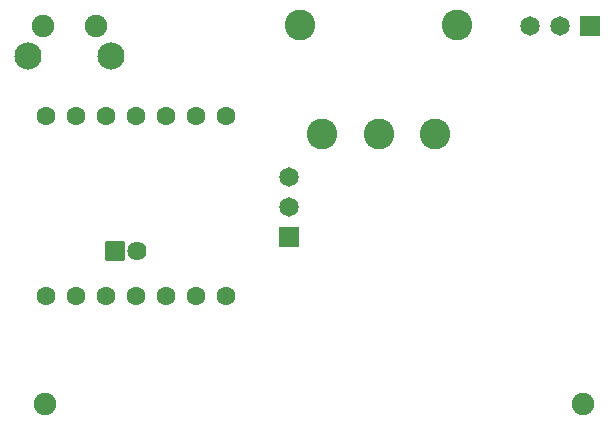
<source format=gbs>
G04 Layer: BottomSolderMaskLayer*
G04 EasyEDA v6.5.44, 2024-08-02 20:28:38*
G04 0ec6a3b83b7b46f2a54e004fb1c0c9c6,2d99afecd3cb4a319326ca3d9e85512b,10*
G04 Gerber Generator version 0.2*
G04 Scale: 100 percent, Rotated: No, Reflected: No *
G04 Dimensions in millimeters *
G04 leading zeros omitted , absolute positions ,4 integer and 5 decimal *
%FSLAX45Y45*%
%MOMM*%

%AMMACRO1*4,1,8,-0.7911,-0.8208,-0.8208,-0.7908,-0.8208,0.7911,-0.7911,0.8208,0.7908,0.8208,0.8208,0.7911,0.8208,-0.7908,0.7908,-0.8208,-0.7911,-0.8208,0*%
%AMMACRO2*4,1,8,-0.7831,-0.8128,-0.8128,-0.7828,-0.8128,0.7831,-0.7831,0.8128,0.7828,0.8128,0.8128,0.7831,0.8128,-0.7828,0.7828,-0.8128,-0.7831,-0.8128,0*%
%ADD10C,2.6016*%
%ADD11C,1.6015*%
%ADD12C,1.9016*%
%ADD13MACRO1*%
%ADD14C,1.6416*%
%ADD15C,2.3016*%
%ADD16MACRO2*%
%ADD17C,1.6256*%

%LPD*%
D10*
G01*
X3355390Y8086089D03*
G01*
X3835400Y8086089D03*
G01*
X4315383Y8086089D03*
G01*
X3170402Y9008084D03*
G01*
X4500397Y9008084D03*
D11*
G01*
X1016000Y6718300D03*
G01*
X2286000Y8242300D03*
G01*
X2032000Y8242300D03*
G01*
X1778000Y8242300D03*
G01*
X1524000Y8242300D03*
G01*
X1270000Y8242300D03*
G01*
X1016000Y8242300D03*
G01*
X2540000Y8242300D03*
G01*
X1270000Y6718300D03*
G01*
X1524000Y6718300D03*
G01*
X1778000Y6718300D03*
G01*
X2032000Y6718300D03*
G01*
X2286000Y6718300D03*
G01*
X2540000Y6718300D03*
D12*
G01*
X1014298Y5803900D03*
G01*
X5564276Y5803900D03*
D13*
G01*
X3073412Y7213485D03*
D14*
G01*
X3073400Y7467498D03*
G01*
X3073400Y7721498D03*
D13*
G01*
X5626214Y9004287D03*
D14*
G01*
X5372201Y9004300D03*
G01*
X5118201Y9004300D03*
D12*
G01*
X1444218Y9004300D03*
G01*
X994206Y9004300D03*
D15*
G01*
X869213Y8750300D03*
G01*
X1569212Y8750300D03*
D16*
G01*
X1600200Y7099300D03*
D17*
G01*
X1790700Y7099300D03*
M02*

</source>
